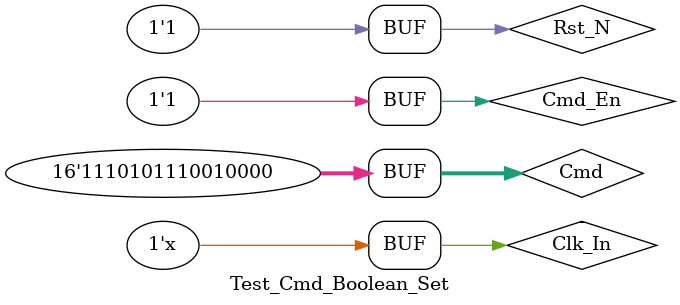
<source format=v>
`timescale 1ns / 1ps


module Test_Cmd_Boolean_Set(

    );
	reg Clk_In;
	reg Rst_N;
	reg [16:1] Cmd;
	reg Cmd_En;


	initial
	begin
		Clk_In = 1'b0;
		Rst_N = 1'b0;
		Cmd_En = 1'b0;
		Cmd = 16'h0;
		#200
		Rst_N = 1'b1;
		Cmd_En = 1'b1;
		Cmd = 16'h55aa;
		#100
		Cmd = 16'd0;
		#500
		Cmd = 16'heb90;
	end		

	always @ (*)
	begin
		#12.5
		Clk_In <= ~Clk_In;
	end		


	 Cmd_Boolean_Set
 	 #(.EFFECT_1_CMD(16'h55aa), // Set the Cmd to set output 1
		 .EFFECT_0_CMD(16'heb90), // Set the Cmd to set output 0
		 .DEFAULT_VALUE(1'b0)	 )  // Set the default value
	 Cmd_Boolean_Set_Inst(
    .Clk_In(Clk_In),
    .Rst_N(Rst_N),
    .Cmd(Cmd),                // input Cmd
    .Cmd_En(Cmd_En),          // input Cmd_En
    .Output_Valid_Sig()       // Output Signal
    );
endmodule

</source>
